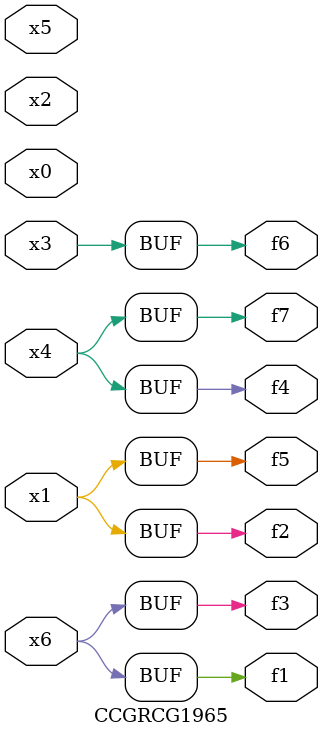
<source format=v>
module CCGRCG1965(
	input x0, x1, x2, x3, x4, x5, x6,
	output f1, f2, f3, f4, f5, f6, f7
);
	assign f1 = x6;
	assign f2 = x1;
	assign f3 = x6;
	assign f4 = x4;
	assign f5 = x1;
	assign f6 = x3;
	assign f7 = x4;
endmodule

</source>
